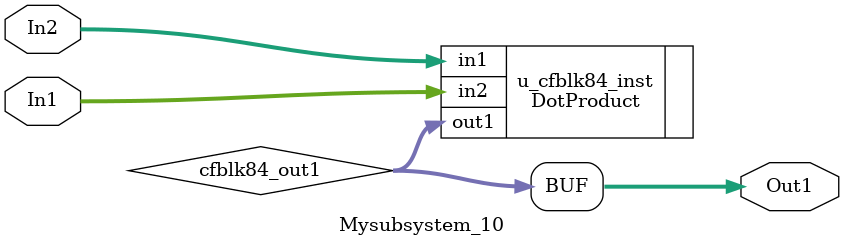
<source format=v>



`timescale 1 ns / 1 ns

module Mysubsystem_10
          (In1,
           In2,
           Out1);


  input   [7:0] In1;  // uint8
  input   [7:0] In2;  // uint8
  output  [15:0] Out1;  // uint16


  wire [15:0] cfblk84_out1;  // uint16


  DotProduct u_cfblk84_inst (.in1(In2),  // uint8
                             .in2(In1),  // uint8
                             .out1(cfblk84_out1)  // uint16
                             );

  assign Out1 = cfblk84_out1;

endmodule  // Mysubsystem_10


</source>
